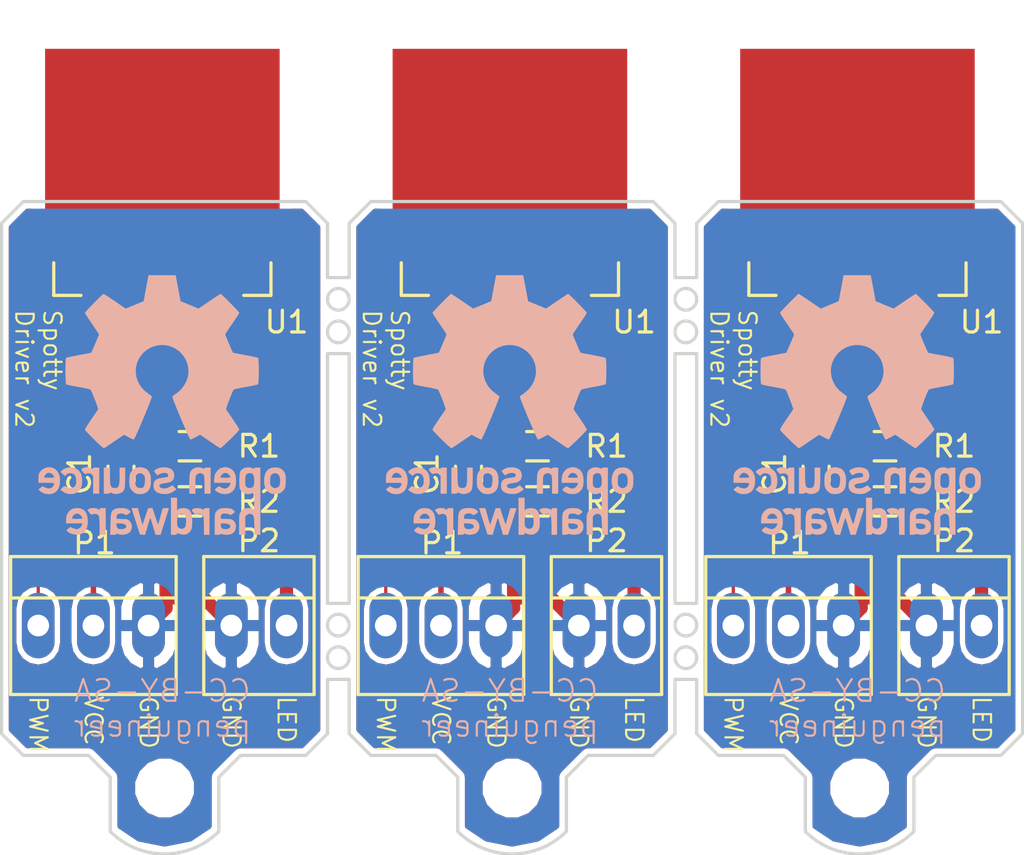
<source format=kicad_pcb>
(kicad_pcb (version 4) (host pcbnew 4.0.5+dfsg1-4~bpo8+1)
  (layers (0 F.Cu signal) (31 B.Cu signal) (34 B.Paste user) (35 F.Paste user) (36 B.SilkS user) (37 F.SilkS user) (38 B.Mask user) (39 F.Mask user) (44 Edge.Cuts user))
  (net 0 "")
  (net 1 VCC)
  (net 2 GND)
  (net 3 PWM)
  (net 4 LED)
  (net 5 "Net-(R1-Pad1)")
  (module Capacitors_SMD:C_0603_HandSoldering (layer F.Cu) (at 182.495 89.535 270)
    (fp_text reference C1 (at 0 1.905 270) (layer F.SilkS))
    (fp_text value 100n)
    (pad 1 smd rect (at -0.95 0 270) (size 1.2 0.75) (layers F.Cu F.Paste F.Mask) (net 1 VCC))
    (pad 2 smd rect (at 0.95 0 270) (size 1.2 0.75) (layers F.Cu F.Paste F.Mask) (net 2 GND))
  )
  (module Connect:PINHEAD1-3 (layer F.Cu) (at 181.225 96.52)
    (fp_text reference P1 (at 0.05 -3.8) (layer F.SilkS))
    (fp_text value CONN_01X03 hide)
    (pad 1 thru_hole oval (at -2.54 0) (size 1.50622 3.01498) (drill 0.99822) (layers *.Cu *.Mask) (net 3 PWM))
    (pad 2 thru_hole oval (at 0 0) (size 1.50622 3.01498) (drill 0.99822) (layers *.Cu *.Mask) (net 1 VCC))
    (pad 3 thru_hole oval (at 2.54 0) (size 1.50622 3.01498) (drill 0.99822) (layers *.Cu *.Mask) (net 2 GND))
  )
  (module Resistors_SMD:R_0603_HandSoldering (layer F.Cu) (at 185.67 88.265 180)
    (fp_text reference R1 (at -3.175 0 180) (layer F.SilkS))
    (fp_text value 1K)
    (pad 1 smd rect (at -1.1 0 180) (size 1.2 0.9) (layers F.Cu F.Paste F.Mask) (net 5 "Net-(R1-Pad1)"))
    (pad 2 smd rect (at 1.1 0 180) (size 1.2 0.9) (layers F.Cu F.Paste F.Mask) (net 2 GND))
  )
  (module Resistors_SMD:R_0603_HandSoldering (layer F.Cu) (at 185.67 90.805 180)
    (fp_text reference R2 (at -3.175 0 180) (layer F.SilkS))
    (fp_text value 1.2K)
    (pad 1 smd rect (at -1.1 0 180) (size 1.2 0.9) (layers F.Cu F.Paste F.Mask) (net 5 "Net-(R1-Pad1)"))
    (pad 2 smd rect (at 1.1 0 180) (size 1.2 0.9) (layers F.Cu F.Paste F.Mask) (net 2 GND))
  )
  (module TO_SOT_Packages_SMD:TO-263-5Lead (layer F.Cu) (at 184.4 83.82 90)
    (fp_text reference U1 (at 1.27 5.715 180) (layer F.SilkS))
    (fp_text value CAT4101)
    (pad 5 smd rect (at 0 3.4 90) (size 4.6 1.1) (layers F.Cu F.Paste F.Mask) (net 4 LED))
    (pad 4 smd rect (at 0 1.7 90) (size 4.6 1.1) (layers F.Cu F.Paste F.Mask) (net 5 "Net-(R1-Pad1)"))
    (pad 2 smd rect (at 0 -1.7 90) (size 4.6 1.1) (layers F.Cu F.Paste F.Mask) (net 1 VCC))
    (pad 3 smd rect (at 9.15 0 90) (size 9.4 10.8) (layers F.Cu F.Paste F.Mask) (net 2 GND))
    (pad 3 smd rect (at 0 0 90) (size 4.6 1.1) (layers F.Cu F.Paste F.Mask) (net 2 GND))
    (pad 1 smd rect (at 0 -3.4 90) (size 4.6 1.1) (layers F.Cu F.Paste F.Mask) (net 3 PWM))
  )
  (module Connect:PINHEAD1-2 (layer F.Cu) (at 188.845 96.52)
    (fp_text reference P2 (at 0 -3.9) (layer F.SilkS))
    (fp_text value CONN_01X02 hide)
    (pad 1 thru_hole oval (at -1.27 0) (size 1.50622 3.01498) (drill 0.99822) (layers *.Cu *.Mask) (net 2 GND))
    (pad 2 thru_hole oval (at 1.27 0) (size 1.50622 3.01498) (drill 0.99822) (layers *.Cu *.Mask) (net 4 LED))
  )
  (module Mounting_Holes:MountingHole_2.2mm_M2 (layer F.Cu) (at 184.5 104)
    (fp_text reference REF** hide)
    (fp_text value MountingHole_2.2mm_M2 hide)
    (pad 1 np_thru_hole circle (at 0 0) (size 2.2 2.2) (drill 2.2) (layers *.Cu *.Mask))
  )
  (module Symbols:OSHW-Logo_11.4x12mm_SilkScreen (layer B.Cu) (at 184.4 86.36 180)
    (fp_text reference REF*** hide)
    (fp_text value OSHW-Logo_11.4x12mm_SilkScreen hide)
  )
  (module Symbols:OSHW-Logo_11.4x12mm_SilkScreen (layer B.Cu) (at 168.4 86.36 180)
    (fp_text reference REF*** hide)
    (fp_text value OSHW-Logo_11.4x12mm_SilkScreen hide)
  )
  (module Mounting_Holes:MountingHole_2.2mm_M2 (layer F.Cu) (at 168.5 104)
    (fp_text reference REF** hide)
    (fp_text value MountingHole_2.2mm_M2 hide)
    (pad 1 np_thru_hole circle (at 0 0) (size 2.2 2.2) (drill 2.2) (layers *.Cu *.Mask))
  )
  (module Connect:PINHEAD1-2 (layer F.Cu) (at 172.845 96.52)
    (fp_text reference P2 (at 0 -3.9) (layer F.SilkS))
    (fp_text value CONN_01X02 hide)
    (pad 1 thru_hole oval (at -1.27 0) (size 1.50622 3.01498) (drill 0.99822) (layers *.Cu *.Mask) (net 2 GND))
    (pad 2 thru_hole oval (at 1.27 0) (size 1.50622 3.01498) (drill 0.99822) (layers *.Cu *.Mask) (net 4 LED))
  )
  (module TO_SOT_Packages_SMD:TO-263-5Lead (layer F.Cu) (at 168.4 83.82 90)
    (fp_text reference U1 (at 1.27 5.715 180) (layer F.SilkS))
    (fp_text value CAT4101)
    (pad 5 smd rect (at 0 3.4 90) (size 4.6 1.1) (layers F.Cu F.Paste F.Mask) (net 4 LED))
    (pad 4 smd rect (at 0 1.7 90) (size 4.6 1.1) (layers F.Cu F.Paste F.Mask) (net 5 "Net-(R1-Pad1)"))
    (pad 2 smd rect (at 0 -1.7 90) (size 4.6 1.1) (layers F.Cu F.Paste F.Mask) (net 1 VCC))
    (pad 3 smd rect (at 9.15 0 90) (size 9.4 10.8) (layers F.Cu F.Paste F.Mask) (net 2 GND))
    (pad 3 smd rect (at 0 0 90) (size 4.6 1.1) (layers F.Cu F.Paste F.Mask) (net 2 GND))
    (pad 1 smd rect (at 0 -3.4 90) (size 4.6 1.1) (layers F.Cu F.Paste F.Mask) (net 3 PWM))
  )
  (module Resistors_SMD:R_0603_HandSoldering (layer F.Cu) (at 169.67 90.805 180)
    (fp_text reference R2 (at -3.175 0 180) (layer F.SilkS))
    (fp_text value 1.2K)
    (pad 1 smd rect (at -1.1 0 180) (size 1.2 0.9) (layers F.Cu F.Paste F.Mask) (net 5 "Net-(R1-Pad1)"))
    (pad 2 smd rect (at 1.1 0 180) (size 1.2 0.9) (layers F.Cu F.Paste F.Mask) (net 2 GND))
  )
  (module Resistors_SMD:R_0603_HandSoldering (layer F.Cu) (at 169.67 88.265 180)
    (fp_text reference R1 (at -3.175 0 180) (layer F.SilkS))
    (fp_text value 1K)
    (pad 1 smd rect (at -1.1 0 180) (size 1.2 0.9) (layers F.Cu F.Paste F.Mask) (net 5 "Net-(R1-Pad1)"))
    (pad 2 smd rect (at 1.1 0 180) (size 1.2 0.9) (layers F.Cu F.Paste F.Mask) (net 2 GND))
  )
  (module Connect:PINHEAD1-3 (layer F.Cu) (at 165.225 96.52)
    (fp_text reference P1 (at 0.05 -3.8) (layer F.SilkS))
    (fp_text value CONN_01X03 hide)
    (pad 1 thru_hole oval (at -2.54 0) (size 1.50622 3.01498) (drill 0.99822) (layers *.Cu *.Mask) (net 3 PWM))
    (pad 2 thru_hole oval (at 0 0) (size 1.50622 3.01498) (drill 0.99822) (layers *.Cu *.Mask) (net 1 VCC))
    (pad 3 thru_hole oval (at 2.54 0) (size 1.50622 3.01498) (drill 0.99822) (layers *.Cu *.Mask) (net 2 GND))
  )
  (module Capacitors_SMD:C_0603_HandSoldering (layer F.Cu) (at 166.495 89.535 270)
    (fp_text reference C1 (at 0 1.905 270) (layer F.SilkS))
    (fp_text value 100n)
    (pad 1 smd rect (at -0.95 0 270) (size 1.2 0.75) (layers F.Cu F.Paste F.Mask) (net 1 VCC))
    (pad 2 smd rect (at 0.95 0 270) (size 1.2 0.75) (layers F.Cu F.Paste F.Mask) (net 2 GND))
  )
  (module Capacitors_SMD:C_0603_HandSoldering (layer F.Cu) (at 150.495 89.535 270)
    (fp_text reference C1 (at 0 1.905 270) (layer F.SilkS))
    (fp_text value 100n)
    (pad 1 smd rect (at -0.95 0 270) (size 1.2 0.75) (layers F.Cu F.Paste F.Mask) (net 1 VCC))
    (pad 2 smd rect (at 0.95 0 270) (size 1.2 0.75) (layers F.Cu F.Paste F.Mask) (net 2 GND))
  )
  (module Connect:PINHEAD1-3 (layer F.Cu) (at 149.225 96.52)
    (fp_text reference P1 (at 0.05 -3.8) (layer F.SilkS))
    (fp_text value CONN_01X03 hide)
    (pad 1 thru_hole oval (at -2.54 0) (size 1.50622 3.01498) (drill 0.99822) (layers *.Cu *.Mask) (net 3 PWM))
    (pad 2 thru_hole oval (at 0 0) (size 1.50622 3.01498) (drill 0.99822) (layers *.Cu *.Mask) (net 1 VCC))
    (pad 3 thru_hole oval (at 2.54 0) (size 1.50622 3.01498) (drill 0.99822) (layers *.Cu *.Mask) (net 2 GND))
  )
  (module Resistors_SMD:R_0603_HandSoldering (layer F.Cu) (at 153.67 88.265 180)
    (fp_text reference R1 (at -3.175 0 180) (layer F.SilkS))
    (fp_text value 1K)
    (pad 1 smd rect (at -1.1 0 180) (size 1.2 0.9) (layers F.Cu F.Paste F.Mask) (net 5 "Net-(R1-Pad1)"))
    (pad 2 smd rect (at 1.1 0 180) (size 1.2 0.9) (layers F.Cu F.Paste F.Mask) (net 2 GND))
  )
  (module Resistors_SMD:R_0603_HandSoldering (layer F.Cu) (at 153.67 90.805 180)
    (fp_text reference R2 (at -3.175 0 180) (layer F.SilkS))
    (fp_text value 1.2K)
    (pad 1 smd rect (at -1.1 0 180) (size 1.2 0.9) (layers F.Cu F.Paste F.Mask) (net 5 "Net-(R1-Pad1)"))
    (pad 2 smd rect (at 1.1 0 180) (size 1.2 0.9) (layers F.Cu F.Paste F.Mask) (net 2 GND))
  )
  (module TO_SOT_Packages_SMD:TO-263-5Lead (layer F.Cu) (at 152.4 83.82 90)
    (fp_text reference U1 (at 1.27 5.715 180) (layer F.SilkS))
    (fp_text value CAT4101)
    (pad 5 smd rect (at 0 3.4 90) (size 4.6 1.1) (layers F.Cu F.Paste F.Mask) (net 4 LED))
    (pad 4 smd rect (at 0 1.7 90) (size 4.6 1.1) (layers F.Cu F.Paste F.Mask) (net 5 "Net-(R1-Pad1)"))
    (pad 2 smd rect (at 0 -1.7 90) (size 4.6 1.1) (layers F.Cu F.Paste F.Mask) (net 1 VCC))
    (pad 3 smd rect (at 9.15 0 90) (size 9.4 10.8) (layers F.Cu F.Paste F.Mask) (net 2 GND))
    (pad 3 smd rect (at 0 0 90) (size 4.6 1.1) (layers F.Cu F.Paste F.Mask) (net 2 GND))
    (pad 1 smd rect (at 0 -3.4 90) (size 4.6 1.1) (layers F.Cu F.Paste F.Mask) (net 3 PWM))
  )
  (module Connect:PINHEAD1-2 (layer F.Cu) (at 156.845 96.52)
    (fp_text reference P2 (at 0 -3.9) (layer F.SilkS))
    (fp_text value CONN_01X02 hide)
    (pad 1 thru_hole oval (at -1.27 0) (size 1.50622 3.01498) (drill 0.99822) (layers *.Cu *.Mask) (net 2 GND))
    (pad 2 thru_hole oval (at 1.27 0) (size 1.50622 3.01498) (drill 0.99822) (layers *.Cu *.Mask) (net 4 LED))
  )
  (module Mounting_Holes:MountingHole_2.2mm_M2 (layer F.Cu) (at 152.5 104)
    (fp_text reference REF** hide)
    (fp_text value MountingHole_2.2mm_M2 hide)
    (pad 1 np_thru_hole circle (at 0 0) (size 2.2 2.2) (drill 2.2) (layers *.Cu *.Mask))
  )
  (module Symbols:OSHW-Logo_11.4x12mm_SilkScreen (layer B.Cu) (at 152.4 86.36 180)
    (fp_text reference REF*** hide)
    (fp_text value OSHW-Logo_11.4x12mm_SilkScreen hide)
  )
  (gr_line (start 176 78) (end 176 80.5) (angle 90) (layer Edge.Cuts) (width 0.15))
  (gr_line (start 177 78) (end 177 80.5) (angle 90) (layer Edge.Cuts) (width 0.15))
  (gr_line (start 176 84) (end 176 95.5) (angle 90) (layer Edge.Cuts) (width 0.15))
  (gr_line (start 177 95.5) (end 177 84) (angle 90) (layer Edge.Cuts) (width 0.15))
  (gr_line (start 177 101.5) (end 177 99) (angle 90) (layer Edge.Cuts) (width 0.15))
  (gr_line (start 176 101.5) (end 176 99) (angle 90) (layer Edge.Cuts) (width 0.15))
  (gr_line (start 161 84) (end 161 95.5) (angle 90) (layer Edge.Cuts) (width 0.15))
  (gr_line (start 160 84) (end 160 95.5) (angle 90) (layer Edge.Cuts) (width 0.15))
  (gr_line (start 161 78) (end 161 80.5) (angle 90) (layer Edge.Cuts) (width 0.15))
  (gr_line (start 160 78) (end 160 80.5) (angle 90) (layer Edge.Cuts) (width 0.15))
  (gr_line (start 160 101.5) (end 160 99) (angle 90) (layer Edge.Cuts) (width 0.15))
  (gr_line (start 161 101.5) (end 161 99) (angle 90) (layer Edge.Cuts) (width 0.15))
  (gr_line (start 176 95.5) (end 177 95.5) (angle 90) (layer Edge.Cuts) (width 0.15))
  (gr_circle (center 176.5 96.5) (end 176.5 97) (layer Edge.Cuts) (width 0.15))
  (gr_circle (center 176.5 98) (end 176.5 98.5) (layer Edge.Cuts) (width 0.15))
  (gr_line (start 176 99) (end 177 99) (angle 90) (layer Edge.Cuts) (width 0.15))
  (gr_line (start 160 95.5) (end 161 95.5) (angle 90) (layer Edge.Cuts) (width 0.15))
  (gr_circle (center 160.5 96.5) (end 160.5 97) (layer Edge.Cuts) (width 0.15))
  (gr_circle (center 160.5 98) (end 160.5 98.5) (layer Edge.Cuts) (width 0.15))
  (gr_line (start 160 99) (end 161 99) (angle 90) (layer Edge.Cuts) (width 0.15))
  (gr_line (start 177 80.5) (end 176 80.5) (angle 90) (layer Edge.Cuts) (width 0.15))
  (gr_line (start 176 84) (end 177 84) (angle 90) (layer Edge.Cuts) (width 0.15))
  (gr_line (start 161 84) (end 160 84) (angle 90) (layer Edge.Cuts) (width 0.15))
  (gr_line (start 160 80.5) (end 161 80.5) (angle 90) (layer Edge.Cuts) (width 0.15))
  (gr_circle (center 176.5 83) (end 176.5 83.5) (layer Edge.Cuts) (width 0.15))
  (gr_circle (center 176.5 81.5) (end 176.5 82) (layer Edge.Cuts) (width 0.15))
  (gr_circle (center 160.5 83) (end 160.5 83.5) (layer Edge.Cuts) (width 0.15))
  (gr_circle (center 160.5 81.5) (end 160.5 82) (layer Edge.Cuts) (width 0.15))
  (gr_text "CC-BY-SA\npenguineer" (at 184.4 100.33) (layer B.SilkS) (effects (font (size 1 1) (thickness 0.1)) (justify mirror)))
  (gr_text "Spotty\nDriver v2" (at 178.685 81.915 270) (layer F.SilkS) (effects (font (size 0.8 0.8) (thickness 0.1)) (justify left)))
  (gr_text LED (at 190.115 99.695 270) (layer F.SilkS) (effects (font (size 0.8 0.8) (thickness 0.1)) (justify left)))
  (gr_text GND (at 187.575 99.695 270) (layer F.SilkS) (effects (font (size 0.8 0.8) (thickness 0.1)) (justify left)))
  (gr_text GND (at 183.765 99.695 270) (layer F.SilkS) (effects (font (size 0.8 0.8) (thickness 0.1)) (justify left)))
  (gr_text VCC (at 181.225 99.695 270) (layer F.SilkS) (effects (font (size 0.8 0.8) (thickness 0.1)) (justify left)))
  (gr_text PWM (at 178.685 99.695 270) (layer F.SilkS) (effects (font (size 0.8 0.8) (thickness 0.1)) (justify left)))
  (gr_line (start 191 77) (end 178 77) (angle 90) (layer Edge.Cuts) (width 0.15))
  (gr_line (start 192 101.5) (end 192 78) (angle 90) (layer Edge.Cuts) (width 0.15))
  (gr_line (start 181 102.5) (end 178 102.5) (angle 90) (layer Edge.Cuts) (width 0.15))
  (gr_line (start 182 106) (end 182 103.5) (angle 90) (layer Edge.Cuts) (width 0.15))
  (gr_line (start 188 102.5) (end 191 102.5) (angle 90) (layer Edge.Cuts) (width 0.15))
  (gr_line (start 187 106) (end 187 103.5) (angle 90) (layer Edge.Cuts) (width 0.15))
  (gr_line (start 191 77) (end 192 78) (angle 90) (layer Edge.Cuts) (width 0.15))
  (gr_line (start 177 78) (end 178 77) (angle 90) (layer Edge.Cuts) (width 0.15))
  (gr_line (start 177 101.5) (end 178 102.5) (angle 90) (layer Edge.Cuts) (width 0.15))
  (gr_line (start 181 102.5) (end 182 103.5) (angle 90) (layer Edge.Cuts) (width 0.15))
  (gr_line (start 187 103.5) (end 188 102.5) (angle 90) (layer Edge.Cuts) (width 0.15))
  (gr_line (start 192 101.5) (end 191 102.5) (angle 90) (layer Edge.Cuts) (width 0.15))
  (gr_arc (start 184.5 103.5) (end 187 106) (angle 90) (layer Edge.Cuts) (width 0.15))
  (gr_arc (start 168.5 103.5) (end 171 106) (angle 90) (layer Edge.Cuts) (width 0.15))
  (gr_line (start 176 101.5) (end 175 102.5) (angle 90) (layer Edge.Cuts) (width 0.15))
  (gr_line (start 171 103.5) (end 172 102.5) (angle 90) (layer Edge.Cuts) (width 0.15))
  (gr_line (start 165 102.5) (end 166 103.5) (angle 90) (layer Edge.Cuts) (width 0.15))
  (gr_line (start 161 101.5) (end 162 102.5) (angle 90) (layer Edge.Cuts) (width 0.15))
  (gr_line (start 161 78) (end 162 77) (angle 90) (layer Edge.Cuts) (width 0.15))
  (gr_line (start 175 77) (end 176 78) (angle 90) (layer Edge.Cuts) (width 0.15))
  (gr_line (start 171 106) (end 171 103.5) (angle 90) (layer Edge.Cuts) (width 0.15))
  (gr_line (start 172 102.5) (end 175 102.5) (angle 90) (layer Edge.Cuts) (width 0.15))
  (gr_line (start 166 106) (end 166 103.5) (angle 90) (layer Edge.Cuts) (width 0.15))
  (gr_line (start 165 102.5) (end 162 102.5) (angle 90) (layer Edge.Cuts) (width 0.15))
  (gr_line (start 175 77) (end 162 77) (angle 90) (layer Edge.Cuts) (width 0.15))
  (gr_text PWM (at 162.685 99.695 270) (layer F.SilkS) (effects (font (size 0.8 0.8) (thickness 0.1)) (justify left)))
  (gr_text VCC (at 165.225 99.695 270) (layer F.SilkS) (effects (font (size 0.8 0.8) (thickness 0.1)) (justify left)))
  (gr_text GND (at 167.765 99.695 270) (layer F.SilkS) (effects (font (size 0.8 0.8) (thickness 0.1)) (justify left)))
  (gr_text GND (at 171.575 99.695 270) (layer F.SilkS) (effects (font (size 0.8 0.8) (thickness 0.1)) (justify left)))
  (gr_text LED (at 174.115 99.695 270) (layer F.SilkS) (effects (font (size 0.8 0.8) (thickness 0.1)) (justify left)))
  (gr_text "Spotty\nDriver v2" (at 162.685 81.915 270) (layer F.SilkS) (effects (font (size 0.8 0.8) (thickness 0.1)) (justify left)))
  (gr_text "CC-BY-SA\npenguineer" (at 168.4 100.33) (layer B.SilkS) (effects (font (size 1 1) (thickness 0.1)) (justify mirror)))
  (gr_text "CC-BY-SA\npenguineer" (at 152.4 100.33) (layer B.SilkS) (effects (font (size 1 1) (thickness 0.1)) (justify mirror)))
  (gr_text "Spotty\nDriver v2" (at 146.685 81.915 270) (layer F.SilkS) (effects (font (size 0.8 0.8) (thickness 0.1)) (justify left)))
  (gr_text LED (at 158.115 99.695 270) (layer F.SilkS) (effects (font (size 0.8 0.8) (thickness 0.1)) (justify left)))
  (gr_text GND (at 155.575 99.695 270) (layer F.SilkS) (effects (font (size 0.8 0.8) (thickness 0.1)) (justify left)))
  (gr_text GND (at 151.765 99.695 270) (layer F.SilkS) (effects (font (size 0.8 0.8) (thickness 0.1)) (justify left)))
  (gr_text VCC (at 149.225 99.695 270) (layer F.SilkS) (effects (font (size 0.8 0.8) (thickness 0.1)) (justify left)))
  (gr_text PWM (at 146.685 99.695 270) (layer F.SilkS) (effects (font (size 0.8 0.8) (thickness 0.1)) (justify left)))
  (gr_line (start 145 78) (end 145 101.5) (angle 90) (layer Edge.Cuts) (width 0.15))
  (gr_line (start 159 77) (end 146 77) (angle 90) (layer Edge.Cuts) (width 0.15))
  (gr_line (start 149 102.5) (end 146 102.5) (angle 90) (layer Edge.Cuts) (width 0.15))
  (gr_line (start 150 106) (end 150 103.5) (angle 90) (layer Edge.Cuts) (width 0.15))
  (gr_line (start 156 102.5) (end 159 102.5) (angle 90) (layer Edge.Cuts) (width 0.15))
  (gr_line (start 155 106) (end 155 103.5) (angle 90) (layer Edge.Cuts) (width 0.15))
  (gr_line (start 159 77) (end 160 78) (angle 90) (layer Edge.Cuts) (width 0.15))
  (gr_line (start 145 78) (end 146 77) (angle 90) (layer Edge.Cuts) (width 0.15))
  (gr_line (start 145 101.5) (end 146 102.5) (angle 90) (layer Edge.Cuts) (width 0.15))
  (gr_line (start 149 102.5) (end 150 103.5) (angle 90) (layer Edge.Cuts) (width 0.15))
  (gr_line (start 155 103.5) (end 156 102.5) (angle 90) (layer Edge.Cuts) (width 0.15))
  (gr_line (start 160 101.5) (end 159 102.5) (angle 90) (layer Edge.Cuts) (width 0.15))
  (gr_arc (start 152.5 103.5) (end 155 106) (angle 90) (layer Edge.Cuts) (width 0.15))
  (segment (start 182.7 83.82) (end 182.7 88.38) (width 0.254) (layer F.Cu) (net 1))
  (segment (start 181.225 89.855) (end 181.225 96.52) (width 0.254) (layer F.Cu) (net 1))
  (segment (start 182.7 88.38) (end 181.225 89.855) (width 0.254) (layer F.Cu) (net 1))
  (segment (start 166.7 88.38) (end 165.225 89.855) (width 0.254) (layer F.Cu) (net 1))
  (segment (start 165.225 89.855) (end 165.225 96.52) (width 0.254) (layer F.Cu) (net 1))
  (segment (start 166.7 83.82) (end 166.7 88.38) (width 0.254) (layer F.Cu) (net 1))
  (segment (start 150.7 83.82) (end 150.7 88.38) (width 0.254) (layer F.Cu) (net 1))
  (segment (start 149.225 89.855) (end 149.225 96.52) (width 0.254) (layer F.Cu) (net 1))
  (segment (start 150.7 88.38) (end 149.225 89.855) (width 0.254) (layer F.Cu) (net 1))
  (segment (start 184.4 86.995) (end 184.4 90.635) (width 0.6096) (layer F.Cu) (net 2))
  (segment (start 184.4 90.635) (end 184.57 90.805) (width 0.6096) (layer F.Cu) (net 2))
  (segment (start 184.57 90.805) (end 184.57 95.25) (width 0.6096) (layer F.Cu) (net 2))
  (segment (start 184.57 90.805) (end 182.815 90.805) (width 0.6096) (layer F.Cu) (net 2))
  (segment (start 182.815 90.805) (end 182.495 90.485) (width 0.6096) (layer F.Cu) (net 2))
  (segment (start 184.4 83.82) (end 184.4 74.67) (width 0.6096) (layer F.Cu) (net 2))
  (segment (start 184.57 95.25) (end 186.305 95.25) (width 0.6096) (layer F.Cu) (net 2))
  (segment (start 186.305 95.25) (end 187.575 96.52) (width 0.6096) (layer F.Cu) (net 2))
  (segment (start 184.4 83.82) (end 184.4 86.995) (width 0.6096) (layer F.Cu) (net 2))
  (segment (start 184.4 86.995) (end 184.4 88.095) (width 0.6096) (layer F.Cu) (net 2))
  (segment (start 184.4 88.095) (end 184.57 88.265) (width 0.6096) (layer F.Cu) (net 2))
  (segment (start 184.57 95.25) (end 184.57 95.715) (width 0.6096) (layer F.Cu) (net 2))
  (segment (start 184.57 95.715) (end 183.765 96.52) (width 0.6096) (layer F.Cu) (net 2))
  (segment (start 168.57 95.715) (end 167.765 96.52) (width 0.6096) (layer F.Cu) (net 2))
  (segment (start 168.57 95.25) (end 168.57 95.715) (width 0.6096) (layer F.Cu) (net 2))
  (segment (start 168.4 88.095) (end 168.57 88.265) (width 0.6096) (layer F.Cu) (net 2))
  (segment (start 168.4 86.995) (end 168.4 88.095) (width 0.6096) (layer F.Cu) (net 2))
  (segment (start 168.4 83.82) (end 168.4 86.995) (width 0.6096) (layer F.Cu) (net 2))
  (segment (start 170.305 95.25) (end 171.575 96.52) (width 0.6096) (layer F.Cu) (net 2))
  (segment (start 168.57 95.25) (end 170.305 95.25) (width 0.6096) (layer F.Cu) (net 2))
  (segment (start 168.4 83.82) (end 168.4 74.67) (width 0.6096) (layer F.Cu) (net 2))
  (segment (start 166.815 90.805) (end 166.495 90.485) (width 0.6096) (layer F.Cu) (net 2))
  (segment (start 168.57 90.805) (end 166.815 90.805) (width 0.6096) (layer F.Cu) (net 2))
  (segment (start 168.57 90.805) (end 168.57 95.25) (width 0.6096) (layer F.Cu) (net 2))
  (segment (start 168.4 90.635) (end 168.57 90.805) (width 0.6096) (layer F.Cu) (net 2))
  (segment (start 168.4 86.995) (end 168.4 90.635) (width 0.6096) (layer F.Cu) (net 2))
  (segment (start 152.4 86.995) (end 152.4 90.635) (width 0.6096) (layer F.Cu) (net 2))
  (segment (start 152.4 90.635) (end 152.57 90.805) (width 0.6096) (layer F.Cu) (net 2))
  (segment (start 152.57 90.805) (end 152.57 95.25) (width 0.6096) (layer F.Cu) (net 2))
  (segment (start 152.57 90.805) (end 150.815 90.805) (width 0.6096) (layer F.Cu) (net 2))
  (segment (start 150.815 90.805) (end 150.495 90.485) (width 0.6096) (layer F.Cu) (net 2))
  (segment (start 152.4 83.82) (end 152.4 74.67) (width 0.6096) (layer F.Cu) (net 2))
  (segment (start 152.57 95.25) (end 154.305 95.25) (width 0.6096) (layer F.Cu) (net 2))
  (segment (start 154.305 95.25) (end 155.575 96.52) (width 0.6096) (layer F.Cu) (net 2))
  (segment (start 152.4 83.82) (end 152.4 86.995) (width 0.6096) (layer F.Cu) (net 2))
  (segment (start 152.4 86.995) (end 152.4 88.095) (width 0.6096) (layer F.Cu) (net 2))
  (segment (start 152.4 88.095) (end 152.57 88.265) (width 0.6096) (layer F.Cu) (net 2))
  (segment (start 152.57 95.25) (end 152.57 95.715) (width 0.6096) (layer F.Cu) (net 2))
  (segment (start 152.57 95.715) (end 151.765 96.52) (width 0.6096) (layer F.Cu) (net 2))
  (segment (start 178.685 90.17) (end 181 87.855) (width 0.1524) (layer F.Cu) (net 3))
  (segment (start 178.685 96.52) (end 178.685 90.17) (width 0.1524) (layer F.Cu) (net 3))
  (segment (start 181 87.855) (end 181 83.82) (width 0.1524) (layer F.Cu) (net 3))
  (segment (start 165 87.855) (end 165 83.82) (width 0.1524) (layer F.Cu) (net 3))
  (segment (start 162.685 96.52) (end 162.685 90.17) (width 0.1524) (layer F.Cu) (net 3))
  (segment (start 162.685 90.17) (end 165 87.855) (width 0.1524) (layer F.Cu) (net 3))
  (segment (start 146.685 90.17) (end 149 87.855) (width 0.1524) (layer F.Cu) (net 3))
  (segment (start 146.685 96.52) (end 146.685 90.17) (width 0.1524) (layer F.Cu) (net 3))
  (segment (start 149 87.855) (end 149 83.82) (width 0.1524) (layer F.Cu) (net 3))
  (segment (start 190.115 96.52) (end 190.115 88.9) (width 0.6096) (layer F.Cu) (net 4))
  (segment (start 187.8 86.585) (end 187.8 83.82) (width 0.6096) (layer F.Cu) (net 4))
  (segment (start 190.115 88.9) (end 187.8 86.585) (width 0.6096) (layer F.Cu) (net 4))
  (segment (start 174.115 88.9) (end 171.8 86.585) (width 0.6096) (layer F.Cu) (net 4))
  (segment (start 171.8 86.585) (end 171.8 83.82) (width 0.6096) (layer F.Cu) (net 4))
  (segment (start 174.115 96.52) (end 174.115 88.9) (width 0.6096) (layer F.Cu) (net 4))
  (segment (start 158.115 96.52) (end 158.115 88.9) (width 0.6096) (layer F.Cu) (net 4))
  (segment (start 155.8 86.585) (end 155.8 83.82) (width 0.6096) (layer F.Cu) (net 4))
  (segment (start 158.115 88.9) (end 155.8 86.585) (width 0.6096) (layer F.Cu) (net 4))
  (segment (start 186.77 90.805) (end 186.77 88.265) (width 0.1524) (layer F.Cu) (net 5))
  (segment (start 186.77 88.265) (end 186.1 87.595) (width 0.1524) (layer F.Cu) (net 5))
  (segment (start 186.1 87.595) (end 186.1 83.82) (width 0.1524) (layer F.Cu) (net 5))
  (segment (start 170.1 87.595) (end 170.1 83.82) (width 0.1524) (layer F.Cu) (net 5))
  (segment (start 170.77 88.265) (end 170.1 87.595) (width 0.1524) (layer F.Cu) (net 5))
  (segment (start 170.77 90.805) (end 170.77 88.265) (width 0.1524) (layer F.Cu) (net 5))
  (segment (start 154.77 90.805) (end 154.77 88.265) (width 0.1524) (layer F.Cu) (net 5))
  (segment (start 154.77 88.265) (end 154.1 87.595) (width 0.1524) (layer F.Cu) (net 5))
  (segment (start 154.1 87.595) (end 154.1 83.82) (width 0.1524) (layer F.Cu) (net 5))
  (zone (net 0) (net_name "") (layer F.Cu) (connect_pads (clearance 0.508)) (min_thickness 0.254)
    (keepout (tracks allowed) (vias allowed) (copperpour not_allowed))
    (fill (arc_segments 16) (thermal_gap 0.508) (thermal_bridge_width 0.508))
    (polygon (pts (xy 153.416 91.948) (xy 149.606 91.948) (xy 149.606 88.9) (xy 150.368 88.138) (xy 150.368 85.598) (xy 153.416 85.598)))
  )
  (zone (net 2) (net_name GND) (layer F.Cu) (connect_pads (clearance 0.254)) (min_thickness 0.254) (fill yes (arc_segments 16) (thermal_gap 0.508) (thermal_bridge_width 0.508))
    (polygon (pts (xy 160.02 102.616) (xy 155.956 102.616) (xy 154.94 103.632) (xy 154.94 106.934) (xy 149.86 106.934) (xy 149.86 103.378) (xy 149.098 102.616) (xy 145.034 102.616) (xy 145.034 76.962) (xy 160.02 76.962)))
  )
  (zone (net 2) (net_name GND) (layer B.Cu) (connect_pads (clearance 0.254)) (min_thickness 0.254) (fill yes (arc_segments 16) (thermal_gap 0.508) (thermal_bridge_width 0.508))
    (polygon (pts (xy 160.02 102.616) (xy 155.956 102.616) (xy 154.94 103.632) (xy 154.94 106.934) (xy 149.86 106.934) (xy 149.86 103.378) (xy 149.098 102.616) (xy 145.034 102.616) (xy 145.034 76.962) (xy 160.02 76.962)))
  )
  (zone (net 0) (net_name "") (layer F.Cu) (connect_pads (clearance 0.508)) (min_thickness 0.254)
    (keepout (tracks allowed) (vias allowed) (copperpour not_allowed))
    (fill (arc_segments 16) (thermal_gap 0.508) (thermal_bridge_width 0.508))
    (polygon (pts (xy 169.416 91.948) (xy 165.606 91.948) (xy 165.606 88.9) (xy 166.368 88.138) (xy 166.368 85.598) (xy 169.416 85.598)))
  )
  (zone (net 2) (net_name GND) (layer F.Cu) (connect_pads (clearance 0.254)) (min_thickness 0.254) (fill yes (arc_segments 16) (thermal_gap 0.508) (thermal_bridge_width 0.508))
    (polygon (pts (xy 176.02 102.616) (xy 171.956 102.616) (xy 170.94 103.632) (xy 170.94 106.934) (xy 165.86 106.934) (xy 165.86 103.378) (xy 165.098 102.616) (xy 161.034 102.616) (xy 161.034 76.962) (xy 176.02 76.962)))
  )
  (zone (net 2) (net_name GND) (layer B.Cu) (connect_pads (clearance 0.254)) (min_thickness 0.254) (fill yes (arc_segments 16) (thermal_gap 0.508) (thermal_bridge_width 0.508))
    (polygon (pts (xy 176.02 102.616) (xy 171.956 102.616) (xy 170.94 103.632) (xy 170.94 106.934) (xy 165.86 106.934) (xy 165.86 103.378) (xy 165.098 102.616) (xy 161.034 102.616) (xy 161.034 76.962) (xy 176.02 76.962)))
  )
  (zone (net 0) (net_name "") (layer F.Cu) (connect_pads (clearance 0.508)) (min_thickness 0.254)
    (keepout (tracks allowed) (vias allowed) (copperpour not_allowed))
    (fill (arc_segments 16) (thermal_gap 0.508) (thermal_bridge_width 0.508))
    (polygon (pts (xy 185.416 91.948) (xy 181.606 91.948) (xy 181.606 88.9) (xy 182.368 88.138) (xy 182.368 85.598) (xy 185.416 85.598)))
  )
  (zone (net 2) (net_name GND) (layer F.Cu) (connect_pads (clearance 0.254)) (min_thickness 0.254) (fill yes (arc_segments 16) (thermal_gap 0.508) (thermal_bridge_width 0.508))
    (polygon (pts (xy 192.02 102.616) (xy 187.956 102.616) (xy 186.94 103.632) (xy 186.94 106.934) (xy 181.86 106.934) (xy 181.86 103.378) (xy 181.098 102.616) (xy 177.034 102.616) (xy 177.034 76.962) (xy 192.02 76.962)))
  )
  (zone (net 2) (net_name GND) (layer B.Cu) (connect_pads (clearance 0.254)) (min_thickness 0.254) (fill yes (arc_segments 16) (thermal_gap 0.508) (thermal_bridge_width 0.508))
    (polygon (pts (xy 192.02 102.616) (xy 187.956 102.616) (xy 186.94 103.632) (xy 186.94 106.934) (xy 181.86 106.934) (xy 181.86 103.378) (xy 181.098 102.616) (xy 177.034 102.616) (xy 177.034 76.962) (xy 192.02 76.962)))
  )
)
</source>
